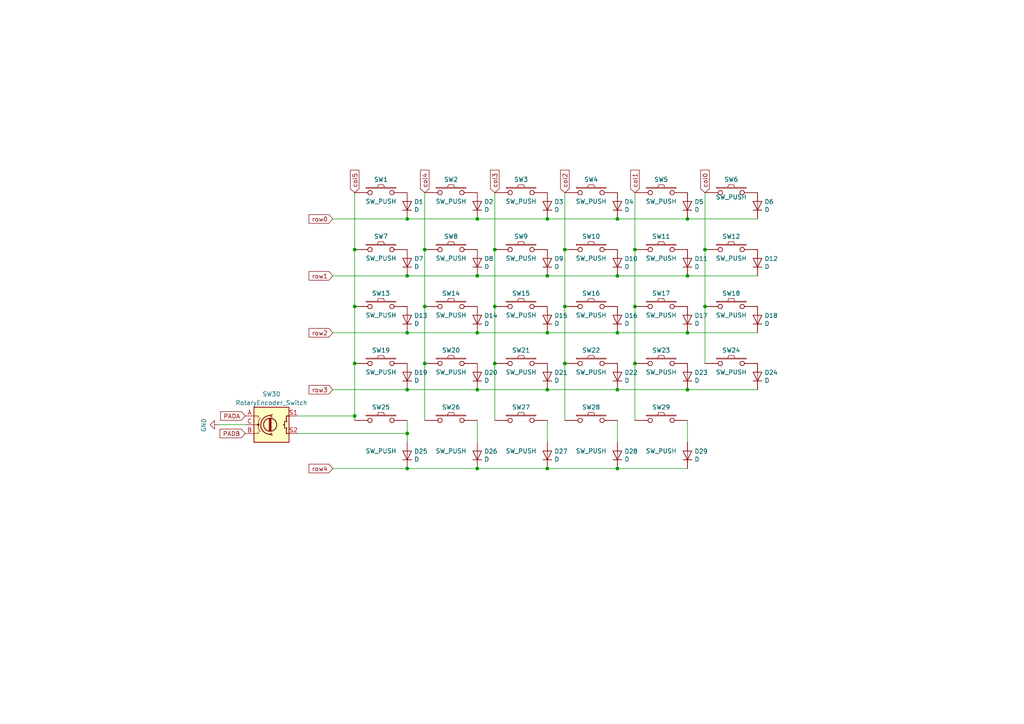
<source format=kicad_sch>
(kicad_sch (version 20230121) (generator eeschema)
  (paper "A4")
  (lib_symbols
    (symbol "Device:RotaryEncoder_Switch" (pin_names (offset 0.254) hide)
      (property "Reference" "SW" (at 0 6.604 0))
      (property "Value" "RotaryEncoder_Switch" (at 0 -6.604 0))
      (symbol "RotaryEncoder_Switch_0_1"
        (rectangle (start -5.08 5.08) (end 5.08 -5.08) (stroke (width 0.254)) (fill (type background)))
        (circle (center -3.81 0) (radius 0.254) (fill (type outline)))
        (circle (center -0.381 0) (radius 1.905) (stroke (width 0.254)))
        (arc (start -0.381 2.667) (mid -3.0988 -0.0635) (end -0.381 -2.794) (stroke (width 0.254)))
        (polyline (pts (xy -0.635 -1.778) (xy -0.635 1.778)) (stroke (width 0.254)))
        (polyline (pts (xy -0.381 -1.778) (xy -0.381 1.778)) (stroke (width 0.254)))
        (polyline (pts (xy -0.127 1.778) (xy -0.127 -1.778)) (stroke (width 0.254)))
        (polyline (pts (xy 3.81 0) (xy 3.429 0)) (stroke (width 0.254)))
        (polyline (pts (xy 3.81 1.016) (xy 3.81 -1.016)) (stroke (width 0.254)))
        (polyline (pts (xy -5.08 -2.54) (xy -3.81 -2.54) (xy -3.81 -2.032)))
        (polyline (pts (xy -5.08 2.54) (xy -3.81 2.54) (xy -3.81 2.032)))
        (polyline (pts (xy 0.254 -3.048) (xy -0.508 -2.794) (xy 0.127 -2.413)) (stroke (width 0.254)))
        (polyline (pts (xy 0.254 2.921) (xy -0.508 2.667) (xy 0.127 2.286)) (stroke (width 0.254)))
        (polyline (pts (xy 5.08 -2.54) (xy 4.318 -2.54) (xy 4.318 -1.016)) (stroke (width 0.254)))
        (polyline (pts (xy 5.08 2.54) (xy 4.318 2.54) (xy 4.318 1.016)) (stroke (width 0.254)))
        (polyline (pts (xy -5.08 0) (xy -3.81 0) (xy -3.81 -1.016) (xy -3.302 -2.032)))
        (polyline (pts (xy -4.318 0) (xy -3.81 0) (xy -3.81 1.016) (xy -3.302 2.032)))
        (circle (center 4.318 -1.016) (radius 0.127) (stroke (width 0.254)))
        (circle (center 4.318 1.016) (radius 0.127) (stroke (width 0.254)))
      )
      (symbol "RotaryEncoder_Switch_1_1"
        (pin passive line (at -7.62 2.54 0) (length 2.54) (name "A") (number "A"))
        (pin passive line (at -7.62 -2.54 0) (length 2.54) (name "B") (number "B"))
        (pin passive line (at -7.62 0 0) (length 2.54) (name "C") (number "C"))
        (pin passive line (at 7.62 2.54 180) (length 2.54) (name "S1") (number "S1"))
        (pin passive line (at 7.62 -2.54 180) (length 2.54) (name "S2") (number "S2"))
      )
    )
    (symbol "Gecko_Split-rescue:D-Lily58-cache" (pin_numbers hide) (pin_names (offset 1.016) hide)
      (property "Reference" "D" (at 0 2.54 0))
      (property "Value" "Lily58-cache:D" (at 0 -2.54 0))
      (symbol "D-Lily58-cache_0_1"
        (polyline (pts (xy -1.27 1.27) (xy -1.27 -1.27)) (stroke (width 0.2032)))
        (polyline (pts (xy 1.27 0) (xy -1.27 0)))
        (polyline (pts (xy 1.27 1.27) (xy 1.27 -1.27) (xy -1.27 0) (xy 1.27 1.27)) (stroke (width 0.2032)))
      )
      (symbol "D-Lily58-cache_1_1"
        (pin passive line (at -3.81 0 0) (length 2.54) (name "K") (number "1"))
        (pin passive line (at 3.81 0 180) (length 2.54) (name "A") (number "2"))
      )
    )
    (symbol "Gecko_Split-rescue:SW_PUSH-Lily58-cache" (pin_numbers hide) (pin_names (offset 1.016) hide)
      (property "Reference" "SW" (at 3.81 2.794 0))
      (property "Value" "Lily58-cache:SW_PUSH" (at 0 -2.032 0))
      (symbol "SW_PUSH-Lily58-cache_0_1"
        (rectangle (start -4.318 1.27) (end 4.318 1.524))
        (polyline (pts (xy -1.016 1.524) (xy -0.762 2.286) (xy 0.762 2.286) (xy 1.016 1.524)))
        (pin passive inverted (at -7.62 0 0) (length 5.08) (name "1") (number "1"))
        (pin passive inverted (at 7.62 0 180) (length 5.08) (name "2") (number "2"))
      )
    )
    (symbol "power:GND" (power) (pin_names (offset 0))
      (property "Value" "GND" (at 0 -3.81 0))
      (symbol "GND_0_1"
        (polyline (pts (xy 0 0) (xy 0 -1.27) (xy 1.27 -1.27) (xy 0 -2.54) (xy -1.27 -1.27) (xy 0 -1.27)))
      )
      (symbol "GND_1_1"
        (pin power_in line (at 0 0 270) (length 0) hide (name "GND") (number "1"))
      )
    )
  )
  (junction (at 199.39 96.52))
  (junction (at 143.51 88.9))
  (junction (at 158.75 63.5))
  (junction (at 118.11 113.03))
  (junction (at 184.15 72.39))
  (junction (at 102.87 72.39))
  (junction (at 138.43 113.03))
  (junction (at 143.51 72.39))
  (junction (at 199.39 80.01))
  (junction (at 199.39 113.03))
  (junction (at 102.87 120.65))
  (junction (at 138.43 96.52))
  (junction (at 118.11 63.5))
  (junction (at 179.07 135.89))
  (junction (at 138.43 135.89))
  (junction (at 179.07 96.52))
  (junction (at 118.11 80.01))
  (junction (at 123.19 88.9))
  (junction (at 158.75 80.01))
  (junction (at 118.11 125.73))
  (junction (at 138.43 63.5))
  (junction (at 163.83 88.9))
  (junction (at 179.07 80.01))
  (junction (at 158.75 96.52))
  (junction (at 184.15 105.41))
  (junction (at 163.83 72.39))
  (junction (at 184.15 88.9))
  (junction (at 199.39 63.5))
  (junction (at 204.47 88.9))
  (junction (at 204.47 72.39))
  (junction (at 179.07 113.03))
  (junction (at 102.87 88.9))
  (junction (at 118.11 96.52))
  (junction (at 143.51 105.41))
  (junction (at 102.87 105.41))
  (junction (at 179.07 63.5))
  (junction (at 123.19 72.39))
  (junction (at 163.83 105.41))
  (junction (at 158.75 135.89))
  (junction (at 138.43 80.01))
  (junction (at 118.11 135.89))
  (junction (at 158.75 113.03))
  (junction (at 123.19 105.41))
  (wire (pts (xy 123.19 72.39) (xy 123.19 88.9)))
  (wire (pts (xy 179.07 80.01) (xy 199.39 80.01)))
  (wire (pts (xy 118.11 135.89) (xy 138.43 135.89)))
  (wire (pts (xy 163.83 105.41) (xy 163.83 121.92)))
  (wire (pts (xy 179.07 135.89) (xy 199.39 135.89)))
  (wire (pts (xy 204.47 88.9) (xy 204.47 105.41)))
  (wire (pts (xy 138.43 128.27) (xy 138.43 121.92)))
  (wire (pts (xy 118.11 128.27) (xy 118.11 125.73)))
  (wire (pts (xy 199.39 96.52) (xy 219.71 96.52)))
  (wire (pts (xy 163.83 88.9) (xy 163.83 105.41)))
  (wire (pts (xy 118.11 96.52) (xy 96.52 96.52)))
  (wire (pts (xy 158.75 80.01) (xy 179.07 80.01)))
  (wire (pts (xy 184.15 105.41) (xy 184.15 121.92)))
  (wire (pts (xy 138.43 113.03) (xy 118.11 113.03)))
  (wire (pts (xy 158.75 128.27) (xy 158.75 121.92)))
  (wire (pts (xy 123.19 55.88) (xy 123.19 72.39)))
  (wire (pts (xy 143.51 72.39) (xy 143.51 88.9)))
  (wire (pts (xy 204.47 72.39) (xy 204.47 55.88)))
  (wire (pts (xy 199.39 80.01) (xy 219.71 80.01)))
  (wire (pts (xy 184.15 72.39) (xy 184.15 88.9)))
  (wire (pts (xy 138.43 63.5) (xy 158.75 63.5)))
  (wire (pts (xy 143.51 55.88) (xy 143.51 72.39)))
  (wire (pts (xy 138.43 135.89) (xy 158.75 135.89)))
  (wire (pts (xy 102.87 88.9) (xy 102.87 105.41)))
  (wire (pts (xy 138.43 96.52) (xy 158.75 96.52)))
  (wire (pts (xy 96.52 135.89) (xy 118.11 135.89)))
  (wire (pts (xy 138.43 80.01) (xy 118.11 80.01)))
  (wire (pts (xy 158.75 113.03) (xy 179.07 113.03)))
  (wire (pts (xy 184.15 55.88) (xy 184.15 72.39)))
  (wire (pts (xy 86.36 125.73) (xy 118.11 125.73)))
  (wire (pts (xy 179.07 113.03) (xy 199.39 113.03)))
  (wire (pts (xy 158.75 63.5) (xy 179.07 63.5)))
  (wire (pts (xy 204.47 88.9) (xy 204.47 72.39)))
  (wire (pts (xy 158.75 135.89) (xy 179.07 135.89)))
  (wire (pts (xy 163.83 55.88) (xy 163.83 72.39)))
  (wire (pts (xy 63.5 123.19) (xy 71.12 123.19)))
  (wire (pts (xy 184.15 105.41) (xy 184.15 88.9)))
  (wire (pts (xy 163.83 72.39) (xy 163.83 88.9)))
  (wire (pts (xy 123.19 105.41) (xy 123.19 121.92)))
  (wire (pts (xy 138.43 63.5) (xy 118.11 63.5)))
  (wire (pts (xy 138.43 113.03) (xy 158.75 113.03)))
  (wire (pts (xy 199.39 63.5) (xy 179.07 63.5)))
  (wire (pts (xy 138.43 80.01) (xy 158.75 80.01)))
  (wire (pts (xy 179.07 128.27) (xy 179.07 121.92)))
  (wire (pts (xy 123.19 88.9) (xy 123.19 105.41)))
  (wire (pts (xy 199.39 128.27) (xy 199.39 121.92)))
  (wire (pts (xy 158.75 96.52) (xy 179.07 96.52)))
  (wire (pts (xy 138.43 96.52) (xy 118.11 96.52)))
  (wire (pts (xy 118.11 63.5) (xy 96.52 63.5)))
  (wire (pts (xy 179.07 96.52) (xy 199.39 96.52)))
  (wire (pts (xy 102.87 120.65) (xy 102.87 121.92)))
  (wire (pts (xy 118.11 125.73) (xy 118.11 121.92)))
  (wire (pts (xy 86.36 120.65) (xy 102.87 120.65)))
  (wire (pts (xy 199.39 113.03) (xy 219.71 113.03)))
  (wire (pts (xy 102.87 55.88) (xy 102.87 72.39)))
  (wire (pts (xy 118.11 113.03) (xy 96.52 113.03)))
  (wire (pts (xy 143.51 105.41) (xy 143.51 121.92)))
  (wire (pts (xy 199.39 63.5) (xy 219.71 63.5)))
  (wire (pts (xy 102.87 72.39) (xy 102.87 88.9)))
  (wire (pts (xy 118.11 80.01) (xy 96.52 80.01)))
  (wire (pts (xy 102.87 105.41) (xy 102.87 120.65)))
  (wire (pts (xy 143.51 88.9) (xy 143.51 105.41)))
  (global_label "PADB" (shape input) (at 71.12 125.73 180) (property "Intersheetrefs" "${INTERSHEET_REFS}" (effects hide)))
  (global_label "row2" (shape input) (at 96.52 96.52 180) (property "Intersheetrefs" "${INTERSHEET_REFS}" (effects hide)))
  (global_label "col3" (shape input) (at 143.51 55.88 90) (property "Intersheetrefs" "${INTERSHEET_REFS}" (effects hide)))
  (global_label "row4" (shape input) (at 96.52 135.89 180) (property "Intersheetrefs" "${INTERSHEET_REFS}" (effects hide)))
  (global_label "PADA" (shape input) (at 71.12 120.65 180) (property "Intersheetrefs" "${INTERSHEET_REFS}" (effects hide)))
  (global_label "col2" (shape input) (at 163.83 55.88 90) (property "Intersheetrefs" "${INTERSHEET_REFS}" (effects hide)))
  (global_label "row3" (shape input) (at 96.52 113.03 180) (property "Intersheetrefs" "${INTERSHEET_REFS}" (effects hide)))
  (global_label "col0" (shape input) (at 204.47 55.88 90) (property "Intersheetrefs" "${INTERSHEET_REFS}" (effects hide)))
  (global_label "row0" (shape input) (at 96.52 63.5 180) (property "Intersheetrefs" "${INTERSHEET_REFS}" (effects hide)))
  (global_label "col5" (shape input) (at 102.87 55.88 90) (property "Intersheetrefs" "${INTERSHEET_REFS}" (effects hide)))
  (global_label "col1" (shape input) (at 184.15 55.88 90) (property "Intersheetrefs" "${INTERSHEET_REFS}" (effects hide)))
  (global_label "row1" (shape input) (at 96.52 80.01 180) (property "Intersheetrefs" "${INTERSHEET_REFS}" (effects hide)))
  (global_label "col4" (shape input) (at 123.19 55.88 90) (property "Intersheetrefs" "${INTERSHEET_REFS}" (effects hide)))
  (symbol (lib_id "Gecko_Split-rescue:SW_PUSH-Lily58-cache") (at 191.77 55.88 0) (unit 1)
    (property "Reference" "SW5" (at 191.77 52.07 0))
    (property "Value" "SW_PUSH" (at 191.77 58.42 0))
    (property "Footprint" "Lily58_Pro-footprint:MX_Socket_18mm" (effects hide))
  )
  (symbol (lib_id "Gecko_Split-rescue:SW_PUSH-Lily58-cache") (at 212.09 105.41 0) (unit 1)
    (property "Reference" "SW24" (at 212.09 101.6 0))
    (property "Value" "SW_PUSH" (at 212.09 107.95 0))
    (property "Footprint" "Lily58_Pro-footprint:MX_Socket_18mm" (effects hide))
  )
  (symbol (lib_id "Gecko_Split-rescue:D-Lily58-cache") (at 179.07 92.71 90) (unit 1)
    (property "Reference" "D16" (at 181.0766 91.5416 90) (effects (justify right)))
    (property "Value" "D" (at 181.0766 93.853 90) (effects (justify right)))
    (property "Footprint" "Diode_SMD:D_SOD-123-BothSides" (effects hide))
  )
  (symbol (lib_id "Gecko_Split-rescue:D-Lily58-cache") (at 118.11 76.2 90) (unit 1)
    (property "Reference" "D7" (at 120.1166 75.0316 90) (effects (justify right)))
    (property "Value" "D" (at 120.1166 77.343 90) (effects (justify right)))
    (property "Footprint" "Diode_SMD:D_SOD-123-BothSides" (effects hide))
  )
  (symbol (lib_id "Gecko_Split-rescue:SW_PUSH-Lily58-cache") (at 130.81 55.88 0) (unit 1)
    (property "Reference" "SW2" (at 130.81 52.07 0))
    (property "Value" "SW_PUSH" (at 130.81 58.42 0))
    (property "Footprint" "Lily58_Pro-footprint:MX_Socket_18mm" (effects hide))
  )
  (symbol (lib_id "Gecko_Split-rescue:D-Lily58-cache") (at 179.07 76.2 90) (unit 1)
    (property "Reference" "D10" (at 181.0766 75.0316 90) (effects (justify right)))
    (property "Value" "D" (at 181.0766 77.343 90) (effects (justify right)))
    (property "Footprint" "Diode_SMD:D_SOD-123-BothSides" (effects hide))
  )
  (symbol (lib_id "Gecko_Split-rescue:SW_PUSH-Lily58-cache") (at 171.45 72.39 0) (unit 1)
    (property "Reference" "SW10" (at 171.45 68.58 0))
    (property "Value" "SW_PUSH" (at 171.45 74.93 0))
    (property "Footprint" "Lily58_Pro-footprint:MX_Socket_18mm" (effects hide))
  )
  (symbol (lib_id "Gecko_Split-rescue:D-Lily58-cache") (at 179.07 59.69 90) (unit 1)
    (property "Reference" "D4" (at 181.0766 58.5216 90) (effects (justify right)))
    (property "Value" "D" (at 181.0766 60.833 90) (effects (justify right)))
    (property "Footprint" "Diode_SMD:D_SOD-123-BothSides" (effects hide))
  )
  (symbol (lib_id "Gecko_Split-rescue:SW_PUSH-Lily58-cache") (at 191.77 105.41 0) (unit 1)
    (property "Reference" "SW23" (at 191.77 101.6 0))
    (property "Value" "SW_PUSH" (at 191.77 107.95 0))
    (property "Footprint" "Lily58_Pro-footprint:MX_Socket_18mm" (effects hide))
  )
  (symbol (lib_id "Gecko_Split-rescue:SW_PUSH-Lily58-cache") (at 212.09 88.9 0) (unit 1)
    (property "Reference" "SW18" (at 212.09 85.09 0))
    (property "Value" "SW_PUSH" (at 212.09 91.44 0))
    (property "Footprint" "Lily58_Pro-footprint:MX_Socket_18mm" (effects hide))
  )
  (symbol (lib_id "Gecko_Split-rescue:SW_PUSH-Lily58-cache") (at 130.81 72.39 0) (unit 1)
    (property "Reference" "SW8" (at 130.81 68.58 0))
    (property "Value" "SW_PUSH" (at 130.81 74.93 0))
    (property "Footprint" "Lily58_Pro-footprint:MX_Socket_18mm" (effects hide))
  )
  (symbol (lib_id "Gecko_Split-rescue:SW_PUSH-Lily58-cache") (at 171.45 121.92 0) (unit 1)
    (property "Reference" "SW28" (at 171.45 118.11 0))
    (property "Value" "SW_PUSH" (at 171.45 130.81 0))
    (property "Footprint" "Lily58_Pro-footprint:MX_Socket_18mm" (effects hide))
  )
  (symbol (lib_id "Gecko_Split-rescue:D-Lily58-cache") (at 219.71 92.71 90) (unit 1)
    (property "Reference" "D18" (at 221.7166 91.5416 90) (effects (justify right)))
    (property "Value" "D" (at 221.7166 93.853 90) (effects (justify right)))
    (property "Footprint" "Diode_SMD:D_SOD-123-BothSides" (effects hide))
  )
  (symbol (lib_id "Gecko_Split-rescue:D-Lily58-cache") (at 199.39 59.69 90) (unit 1)
    (property "Reference" "D5" (at 201.3966 58.5216 90) (effects (justify right)))
    (property "Value" "D" (at 201.3966 60.833 90) (effects (justify right)))
    (property "Footprint" "Diode_SMD:D_SOD-123-BothSides" (effects hide))
  )
  (symbol (lib_id "Gecko_Split-rescue:SW_PUSH-Lily58-cache") (at 171.45 88.9 0) (unit 1)
    (property "Reference" "SW16" (at 171.45 85.09 0))
    (property "Value" "SW_PUSH" (at 171.45 91.44 0))
    (property "Footprint" "Lily58_Pro-footprint:MX_Socket_18mm" (effects hide))
  )
  (symbol (lib_id "Gecko_Split-rescue:SW_PUSH-Lily58-cache") (at 130.81 105.41 0) (unit 1)
    (property "Reference" "SW20" (at 130.81 101.6 0))
    (property "Value" "SW_PUSH" (at 130.81 107.95 0))
    (property "Footprint" "Lily58_Pro-footprint:MX_Socket_18mm" (effects hide))
  )
  (symbol (lib_id "Gecko_Split-rescue:D-Lily58-cache") (at 158.75 76.2 90) (unit 1)
    (property "Reference" "D9" (at 160.7566 75.0316 90) (effects (justify right)))
    (property "Value" "D" (at 160.7566 77.343 90) (effects (justify right)))
    (property "Footprint" "Diode_SMD:D_SOD-123-BothSides" (effects hide))
  )
  (symbol (lib_id "Gecko_Split-rescue:D-Lily58-cache") (at 118.11 59.69 90) (unit 1)
    (property "Reference" "D1" (at 120.1166 58.5216 90) (effects (justify right)))
    (property "Value" "D" (at 120.1166 60.833 90) (effects (justify right)))
    (property "Footprint" "Diode_SMD:D_SOD-123-BothSides" (effects hide))
  )
  (symbol (lib_id "Gecko_Split-rescue:SW_PUSH-Lily58-cache") (at 191.77 72.39 0) (unit 1)
    (property "Reference" "SW11" (at 191.77 68.58 0))
    (property "Value" "SW_PUSH" (at 191.77 74.93 0))
    (property "Footprint" "Lily58_Pro-footprint:MX_Socket_18mm" (effects hide))
  )
  (symbol (lib_id "Gecko_Split-rescue:SW_PUSH-Lily58-cache") (at 110.49 72.39 0) (unit 1)
    (property "Reference" "SW7" (at 110.49 68.58 0))
    (property "Value" "SW_PUSH" (at 110.49 74.93 0))
    (property "Footprint" "Lily58_Pro-footprint:MX_Socket_18mm" (effects hide))
  )
  (symbol (lib_id "Gecko_Split-rescue:SW_PUSH-Lily58-cache") (at 110.49 88.9 0) (unit 1)
    (property "Reference" "SW13" (at 110.49 85.09 0))
    (property "Value" "SW_PUSH" (at 110.49 91.44 0))
    (property "Footprint" "Lily58_Pro-footprint:MX_Socket_18mm" (effects hide))
  )
  (symbol (lib_id "Gecko_Split-rescue:SW_PUSH-Lily58-cache") (at 171.45 105.41 0) (unit 1)
    (property "Reference" "SW22" (at 171.45 101.6 0))
    (property "Value" "SW_PUSH" (at 171.45 107.95 0))
    (property "Footprint" "Lily58_Pro-footprint:MX_Socket_18mm" (effects hide))
  )
  (symbol (lib_id "Gecko_Split-rescue:SW_PUSH-Lily58-cache") (at 151.13 88.9 0) (unit 1)
    (property "Reference" "SW15" (at 151.13 85.09 0))
    (property "Value" "SW_PUSH" (at 151.13 91.44 0))
    (property "Footprint" "Lily58_Pro-footprint:MX_Socket_18mm" (effects hide))
  )
  (symbol (lib_id "Gecko_Split-rescue:D-Lily58-cache") (at 138.43 109.22 90) (unit 1)
    (property "Reference" "D20" (at 140.4366 108.0516 90) (effects (justify right)))
    (property "Value" "D" (at 140.4366 110.363 90) (effects (justify right)))
    (property "Footprint" "Diode_SMD:D_SOD-123-BothSides" (effects hide))
  )
  (symbol (lib_id "Gecko_Split-rescue:D-Lily58-cache") (at 199.39 132.08 90) (unit 1)
    (property "Reference" "D29" (at 201.3966 130.9116 90) (effects (justify right)))
    (property "Value" "D" (at 201.3966 133.223 90) (effects (justify right)))
    (property "Footprint" "Diode_SMD:D_SOD-123-BothSides" (effects hide))
  )
  (symbol (lib_id "Gecko_Split-rescue:SW_PUSH-Lily58-cache") (at 191.77 121.92 0) (unit 1)
    (property "Reference" "SW29" (at 191.77 118.11 0))
    (property "Value" "SW_PUSH" (at 191.77 130.81 0))
    (property "Footprint" "Lily58_Pro-footprint:MX_Socket_18mm" (effects hide))
  )
  (symbol (lib_id "Gecko_Split-rescue:SW_PUSH-Lily58-cache") (at 191.77 88.9 0) (unit 1)
    (property "Reference" "SW17" (at 191.77 85.09 0))
    (property "Value" "SW_PUSH" (at 191.77 91.44 0))
    (property "Footprint" "Lily58_Pro-footprint:MX_Socket_18mm" (effects hide))
  )
  (symbol (lib_id "Gecko_Split-rescue:SW_PUSH-Lily58-cache") (at 151.13 55.88 0) (unit 1)
    (property "Reference" "SW3" (at 151.13 52.07 0))
    (property "Value" "SW_PUSH" (at 151.13 58.42 0))
    (property "Footprint" "Lily58_Pro-footprint:MX_Socket_18mm" (effects hide))
  )
  (symbol (lib_id "Gecko_Split-rescue:SW_PUSH-Lily58-cache") (at 171.45 55.88 0) (unit 1)
    (property "Reference" "SW4" (at 171.45 52.07 0))
    (property "Value" "SW_PUSH" (at 171.45 58.42 0))
    (property "Footprint" "Lily58_Pro-footprint:MX_Socket_18mm" (effects hide))
  )
  (symbol (lib_id "Gecko_Split-rescue:D-Lily58-cache") (at 179.07 109.22 90) (unit 1)
    (property "Reference" "D22" (at 181.0766 108.0516 90) (effects (justify right)))
    (property "Value" "D" (at 181.0766 110.363 90) (effects (justify right)))
    (property "Footprint" "Diode_SMD:D_SOD-123-BothSides" (effects hide))
  )
  (symbol (lib_id "Gecko_Split-rescue:D-Lily58-cache") (at 138.43 76.2 90) (unit 1)
    (property "Reference" "D8" (at 140.4366 75.0316 90) (effects (justify right)))
    (property "Value" "D" (at 140.4366 77.343 90) (effects (justify right)))
    (property "Footprint" "Diode_SMD:D_SOD-123-BothSides" (effects hide))
  )
  (symbol (lib_id "Gecko_Split-rescue:D-Lily58-cache") (at 158.75 59.69 90) (unit 1)
    (property "Reference" "D3" (at 160.7566 58.5216 90) (effects (justify right)))
    (property "Value" "D" (at 160.7566 60.833 90) (effects (justify right)))
    (property "Footprint" "Diode_SMD:D_SOD-123-BothSides" (effects hide))
  )
  (symbol (lib_id "Gecko_Split-rescue:SW_PUSH-Lily58-cache") (at 151.13 72.39 0) (unit 1)
    (property "Reference" "SW9" (at 151.13 68.58 0))
    (property "Value" "SW_PUSH" (at 151.13 74.93 0))
    (property "Footprint" "Lily58_Pro-footprint:MX_Socket_18mm" (effects hide))
  )
  (symbol (lib_id "Gecko_Split-rescue:D-Lily58-cache") (at 158.75 92.71 90) (unit 1)
    (property "Reference" "D15" (at 160.7566 91.5416 90) (effects (justify right)))
    (property "Value" "D" (at 160.7566 93.853 90) (effects (justify right)))
    (property "Footprint" "Diode_SMD:D_SOD-123-BothSides" (effects hide))
  )
  (symbol (lib_id "Gecko_Split-rescue:SW_PUSH-Lily58-cache") (at 110.49 105.41 0) (unit 1)
    (property "Reference" "SW19" (at 110.49 101.6 0))
    (property "Value" "SW_PUSH" (at 110.49 107.95 0))
    (property "Footprint" "Lily58_Pro-footprint:MX_Socket_18mm" (effects hide))
  )
  (symbol (lib_id "Gecko_Split-rescue:SW_PUSH-Lily58-cache") (at 151.13 121.92 0) (unit 1)
    (property "Reference" "SW27" (at 151.13 118.11 0))
    (property "Value" "SW_PUSH" (at 151.13 130.81 0))
    (property "Footprint" "Lily58_Pro-footprint:MX_Socket_18mm" (effects hide))
  )
  (symbol (lib_id "Gecko_Split-rescue:D-Lily58-cache") (at 138.43 92.71 90) (unit 1)
    (property "Reference" "D14" (at 140.4366 91.5416 90) (effects (justify right)))
    (property "Value" "D" (at 140.4366 93.853 90) (effects (justify right)))
    (property "Footprint" "Diode_SMD:D_SOD-123-BothSides" (effects hide))
  )
  (symbol (lib_id "Gecko_Split-rescue:SW_PUSH-Lily58-cache") (at 130.81 88.9 0) (unit 1)
    (property "Reference" "SW14" (at 130.81 85.09 0))
    (property "Value" "SW_PUSH" (at 130.81 91.44 0))
    (property "Footprint" "Lily58_Pro-footprint:MX_Socket_18mm" (effects hide))
  )
  (symbol (lib_id "Gecko_Split-rescue:D-Lily58-cache") (at 199.39 92.71 90) (unit 1)
    (property "Reference" "D17" (at 201.3966 91.5416 90) (effects (justify right)))
    (property "Value" "D" (at 201.3966 93.853 90) (effects (justify right)))
    (property "Footprint" "Diode_SMD:D_SOD-123-BothSides" (effects hide))
  )
  (symbol (lib_id "Gecko_Split-rescue:SW_PUSH-Lily58-cache") (at 151.13 105.41 0) (unit 1)
    (property "Reference" "SW21" (at 151.13 101.6 0))
    (property "Value" "SW_PUSH" (at 151.13 107.95 0))
    (property "Footprint" "Lily58_Pro-footprint:MX_Socket_18mm" (effects hide))
  )
  (symbol (lib_id "Device:RotaryEncoder_Switch") (at 78.74 123.19 0) (unit 1)
    (property "Reference" "SW30" (at 78.74 114.3 0))
    (property "Value" "RotaryEncoder_Switch" (at 78.74 116.84 0))
    (property "Footprint" "Rotary_Encoder:RotaryEncoder_Alps_EC11E-Switch_Vertical_H20mm" (effects hide))
  )
  (symbol (lib_id "Gecko_Split-rescue:D-Lily58-cache") (at 199.39 109.22 90) (unit 1)
    (property "Reference" "D23" (at 201.3966 108.0516 90) (effects (justify right)))
    (property "Value" "D" (at 201.3966 110.363 90) (effects (justify right)))
    (property "Footprint" "Diode_SMD:D_SOD-123-BothSides" (effects hide))
  )
  (symbol (lib_id "Gecko_Split-rescue:D-Lily58-cache") (at 179.07 132.08 90) (unit 1)
    (property "Reference" "D28" (at 181.0766 130.9116 90) (effects (justify right)))
    (property "Value" "D" (at 181.0766 133.223 90) (effects (justify right)))
    (property "Footprint" "Diode_SMD:D_SOD-123-BothSides" (effects hide))
  )
  (symbol (lib_id "Gecko_Split-rescue:SW_PUSH-Lily58-cache") (at 130.81 121.92 0) (unit 1)
    (property "Reference" "SW26" (at 130.81 118.11 0))
    (property "Value" "SW_PUSH" (at 130.81 130.81 0))
    (property "Footprint" "Lily58_Pro-footprint:MX_Socket_18mm" (effects hide))
  )
  (symbol (lib_id "power:GND") (at 63.5 123.19 270) (unit 1)
    (property "Reference" "#PWR02" (effects hide))
    (property "Value" "GND" (at 59.1058 123.317 0))
    (instances (project "Gecko_Split" (path "" (reference "#PWR02") (unit 1)) (path "" (reference "#PWR015") (unit 1))))
  )
  (symbol (lib_id "Gecko_Split-rescue:D-Lily58-cache") (at 118.11 92.71 90) (unit 1)
    (property "Reference" "D13" (at 120.1166 91.5416 90) (effects (justify right)))
    (property "Value" "D" (at 120.1166 93.853 90) (effects (justify right)))
    (property "Footprint" "Diode_SMD:D_SOD-123-BothSides" (effects hide))
  )
  (symbol (lib_id "Gecko_Split-rescue:D-Lily58-cache") (at 138.43 59.69 90) (unit 1)
    (property "Reference" "D2" (at 140.4366 58.5216 90) (effects (justify right)))
    (property "Value" "D" (at 140.4366 60.833 90) (effects (justify right)))
    (property "Footprint" "Diode_SMD:D_SOD-123-BothSides" (effects hide))
  )
  (symbol (lib_id "Gecko_Split-rescue:D-Lily58-cache") (at 158.75 132.08 90) (unit 1)
    (property "Reference" "D27" (at 160.7566 130.9116 90) (effects (justify right)))
    (property "Value" "D" (at 160.7566 133.223 90) (effects (justify right)))
    (property "Footprint" "Diode_SMD:D_SOD-123-BothSides" (effects hide))
  )
  (symbol (lib_id "Gecko_Split-rescue:SW_PUSH-Lily58-cache") (at 212.09 72.39 0) (unit 1)
    (property "Reference" "SW12" (at 212.09 68.58 0))
    (property "Value" "SW_PUSH" (at 212.09 74.93 0))
    (property "Footprint" "Lily58_Pro-footprint:MX_Socket_18mm" (effects hide))
  )
  (symbol (lib_id "Gecko_Split-rescue:D-Lily58-cache") (at 219.71 76.2 90) (unit 1)
    (property "Reference" "D12" (at 221.7166 75.0316 90) (effects (justify right)))
    (property "Value" "D" (at 221.7166 77.343 90) (effects (justify right)))
    (property "Footprint" "Diode_SMD:D_SOD-123-BothSides" (effects hide))
  )
  (symbol (lib_id "Gecko_Split-rescue:SW_PUSH-Lily58-cache") (at 110.49 121.92 0) (unit 1)
    (property "Reference" "SW25" (at 110.49 118.11 0))
    (property "Value" "SW_PUSH" (at 110.49 130.81 0))
    (property "Footprint" "Lily58_Pro-footprint:MX_Socket_18mm" (effects hide))
  )
  (symbol (lib_id "Gecko_Split-rescue:D-Lily58-cache") (at 138.43 132.08 90) (unit 1)
    (property "Reference" "D26" (at 140.4366 130.9116 90) (effects (justify right)))
    (property "Value" "D" (at 140.4366 133.223 90) (effects (justify right)))
    (property "Footprint" "Diode_SMD:D_SOD-123-BothSides" (effects hide))
  )
  (symbol (lib_id "Gecko_Split-rescue:D-Lily58-cache") (at 118.11 132.08 90) (unit 1)
    (property "Reference" "D25" (at 120.1166 130.9116 90) (effects (justify right)))
    (property "Value" "D" (at 120.1166 133.223 90) (effects (justify right)))
    (property "Footprint" "Diode_SMD:D_SOD-123-BothSides" (effects hide))
  )
  (symbol (lib_id "Gecko_Split-rescue:D-Lily58-cache") (at 219.71 109.22 90) (unit 1)
    (property "Reference" "D24" (at 221.7166 108.0516 90) (effects (justify right)))
    (property "Value" "D" (at 221.7166 110.363 90) (effects (justify right)))
    (property "Footprint" "Diode_SMD:D_SOD-123-BothSides" (effects hide))
  )
  (symbol (lib_id "Gecko_Split-rescue:D-Lily58-cache") (at 199.39 76.2 90) (unit 1)
    (property "Reference" "D11" (at 201.3966 75.0316 90) (effects (justify right)))
    (property "Value" "D" (at 201.3966 77.343 90) (effects (justify right)))
    (property "Footprint" "Diode_SMD:D_SOD-123-BothSides" (effects hide))
  )
  (symbol (lib_id "Gecko_Split-rescue:D-Lily58-cache") (at 158.75 109.22 90) (unit 1)
    (property "Reference" "D21" (at 160.7566 108.0516 90) (effects (justify right)))
    (property "Value" "D" (at 160.7566 110.363 90) (effects (justify right)))
    (property "Footprint" "Diode_SMD:D_SOD-123-BothSides" (effects hide))
  )
  (symbol (lib_id "Gecko_Split-rescue:SW_PUSH-Lily58-cache") (at 212.09 55.88 0) (unit 1)
    (property "Reference" "SW6" (at 212.09 52.07 0))
    (property "Value" "SW_PUSH" (at 212.09 57.15 0))
    (property "Footprint" "Lily58_Pro-footprint:MX_Socket_18mm" (effects hide))
  )
  (symbol (lib_id "Gecko_Split-rescue:D-Lily58-cache") (at 118.11 109.22 90) (unit 1)
    (property "Reference" "D19" (at 120.1166 108.0516 90) (effects (justify right)))
    (property "Value" "D" (at 120.1166 110.363 90) (effects (justify right)))
    (property "Footprint" "Diode_SMD:D_SOD-123-BothSides" (effects hide))
  )
  (symbol (lib_id "Gecko_Split-rescue:SW_PUSH-Lily58-cache") (at 110.49 55.88 0) (unit 1)
    (property "Reference" "SW1" (at 110.49 52.07 0))
    (property "Value" "SW_PUSH" (at 110.49 58.42 0))
    (property "Footprint" "Lily58_Pro-footprint:MX_Socket_18mm" (effects hide))
  )
  (symbol (lib_id "Gecko_Split-rescue:D-Lily58-cache") (at 219.71 59.69 90) (unit 1)
    (property "Reference" "D6" (at 221.7166 58.5216 90) (effects (justify right)))
    (property "Value" "D" (at 221.7166 60.833 90) (effects (justify right)))
    (property "Footprint" "Diode_SMD:D_SOD-123-BothSides" (effects hide))
  )
)
</source>
